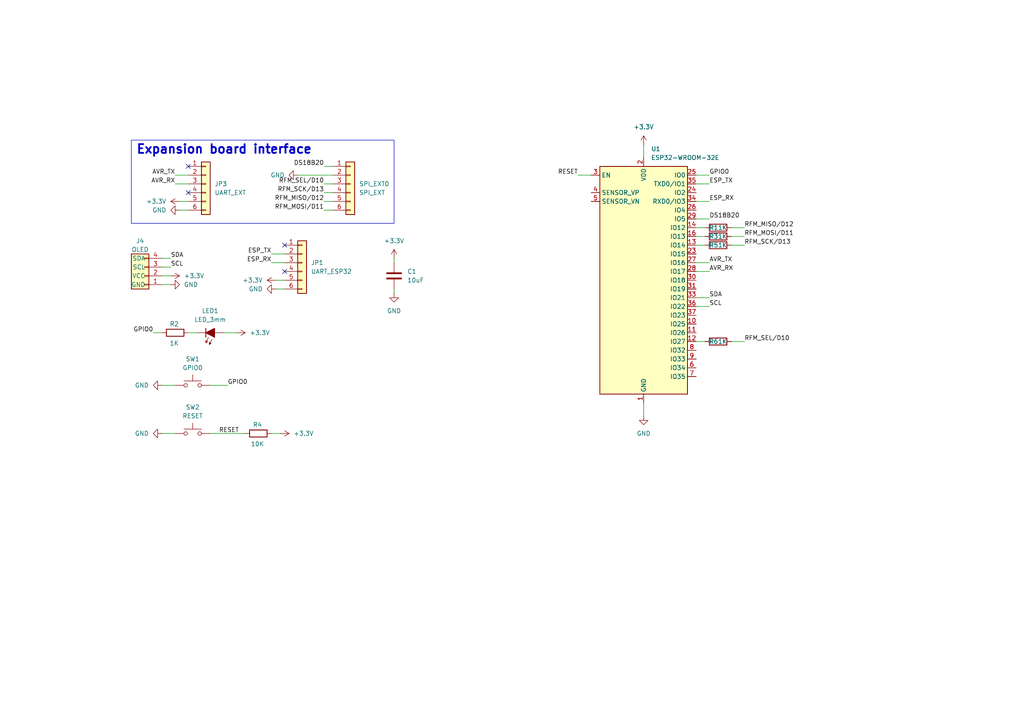
<source format=kicad_sch>
(kicad_sch (version 20250114) (generator "eeschema") (generator_version "9.0")
  (paper "A4")
  (lib_symbols
    (symbol "Connector_Generic:Conn_01x06" (pin_names (offset 1.016) (hide yes))
      (property "Reference" "J" (at 0 7.62 0))
      (property "Value" "Conn_01x06" (at 0 -10.16 0))
      (symbol "Conn_01x06_1_1"
        (rectangle (start -1.27 6.35) (end 1.27 -8.89) (stroke (width 0.254)) (fill (type background)))
        (rectangle (start -1.27 5.207) (end 0 4.953) (stroke (width 0.1524)))
        (rectangle (start -1.27 2.667) (end 0 2.413) (stroke (width 0.1524)))
        (rectangle (start -1.27 0.127) (end 0 -0.127) (stroke (width 0.1524)))
        (rectangle (start -1.27 -2.413) (end 0 -2.667) (stroke (width 0.1524)))
        (rectangle (start -1.27 -4.953) (end 0 -5.207) (stroke (width 0.1524)))
        (rectangle (start -1.27 -7.493) (end 0 -7.747) (stroke (width 0.1524)))
        (pin passive line (at -5.08 5.08 0) (length 3.81) (name "Pin_1") (number "1"))
        (pin passive line (at -5.08 2.54 0) (length 3.81) (name "Pin_2") (number "2"))
        (pin passive line (at -5.08 0 0) (length 3.81) (name "Pin_3") (number "3"))
        (pin passive line (at -5.08 -2.54 0) (length 3.81) (name "Pin_4") (number "4"))
        (pin passive line (at -5.08 -5.08 0) (length 3.81) (name "Pin_5") (number "5"))
        (pin passive line (at -5.08 -7.62 0) (length 3.81) (name "Pin_6") (number "6"))
      )
    )
    (symbol "Device:R" (pin_numbers (hide yes)) (pin_names (offset 0))
      (property "Reference" "R" (at 2.032 0 90))
      (property "Value" "R" (at 0 0 90))
      (symbol "R_0_1"
        (rectangle (start -1.016 -2.54) (end 1.016 2.54) (stroke (width 0.254)))
      )
      (symbol "R_1_1"
        (pin passive line (at 0 3.81 270) (length 1.27) (name "~") (number "1"))
        (pin passive line (at 0 -3.81 90) (length 1.27) (name "~") (number "2"))
      )
    )
    (symbol "PCM_Capacitor_AKL:C_Disc_D4.7mm_W2.5mm_P5.00mm" (pin_numbers (hide yes)) (pin_names (offset 0.254))
      (property "Reference" "C" (at 0.635 2.54 0))
      (property "Value" "C_Disc_D4.7mm_W2.5mm_P5.00mm" (at 0.635 -2.54 0))
      (symbol "C_Disc_D4.7mm_W2.5mm_P5.00mm_0_1"
        (polyline (pts (xy -2.032 0.762) (xy 2.032 0.762)) (stroke (width 0.508)))
        (polyline (pts (xy -2.032 -0.762) (xy 2.032 -0.762)) (stroke (width 0.508)))
      )
      (symbol "C_Disc_D4.7mm_W2.5mm_P5.00mm_0_2"
        (polyline (pts (xy -2.54 -2.54) (xy -0.381 -0.381)))
        (polyline (pts (xy -0.508 -0.508) (xy -1.651 0.635)) (stroke (width 0.508)))
        (polyline (pts (xy -0.508 -0.508) (xy 0.635 -1.651)) (stroke (width 0.508)))
        (polyline (pts (xy 0.381 0.381) (xy 2.54 2.54)))
        (polyline (pts (xy 0.508 0.508) (xy -0.635 1.651)) (stroke (width 0.508)))
        (polyline (pts (xy 0.508 0.508) (xy 1.651 -0.635)) (stroke (width 0.508)))
      )
      (symbol "C_Disc_D4.7mm_W2.5mm_P5.00mm_1_1"
        (pin passive line (at 0 3.81 270) (length 2.794) (name "~") (number "1"))
        (pin passive line (at 0 -3.81 90) (length 2.794) (name "~") (number "2"))
      )
      (symbol "C_Disc_D4.7mm_W2.5mm_P5.00mm_1_2"
        (pin passive line (at -2.54 -2.54 90) (length 0) (name "~") (number "2"))
        (pin passive line (at 2.54 2.54 270) (length 0) (name "~") (number "1"))
      )
    )
    (symbol "PCM_LED_AKL:LED_3mm" (pin_numbers (hide yes)) (pin_names (offset 1.016) (hide yes))
      (property "Reference" "LED" (at 0 7.62 0))
      (property "Value" "LED_3mm" (at 0 5.08 0))
      (symbol "LED_3mm_0_1"
        (polyline (pts (xy -1.27 1.27) (xy -1.27 -1.27) (xy 1.27 0) (xy -1.27 1.27)) (stroke (width 0.254)) (fill (type outline)))
        (polyline (pts (xy -0.508 1.905) (xy 0.254 3.429)) (stroke (width 0.1524)))
        (polyline (pts (xy 0 2.921) (xy -0.254 3.048)) (stroke (width 0.1524)))
        (polyline (pts (xy 0 2.921) (xy 0.254 2.794)) (stroke (width 0.1524)))
        (polyline (pts (xy 0.254 2.794) (xy -0.254 3.048) (xy 0.254 3.429) (xy 0.254 2.794)) (stroke (width 0.1524)) (fill (type outline)))
        (polyline (pts (xy 0.508 1.397) (xy 1.27 2.921)) (stroke (width 0.1524)))
        (polyline (pts (xy 1.016 2.413) (xy 0.762 2.54)) (stroke (width 0.1524)))
        (polyline (pts (xy 1.016 2.413) (xy 1.27 2.286)) (stroke (width 0.1524)))
        (polyline (pts (xy 1.27 2.286) (xy 0.762 2.54) (xy 1.27 2.921) (xy 1.27 2.286)) (stroke (width 0.1524)) (fill (type outline)))
        (polyline (pts (xy 1.27 1.27) (xy 1.27 -1.27)) (stroke (width 0.254)))
        (polyline (pts (xy 1.27 0) (xy -1.27 0)))
      )
      (symbol "LED_3mm_0_2"
        (polyline (pts (xy -2.54 -2.54) (xy 2.54 2.54)))
        (polyline (pts (xy -2.159 2.413) (xy -2.286 1.778) (xy -1.6764 1.9812) (xy -2.159 2.413)) (fill (type outline)))
        (polyline (pts (xy -1.651 0.889) (xy -2.159 2.413)))
        (polyline (pts (xy -1.016 2.794) (xy -1.143 2.159) (xy -0.5334 2.3622) (xy -1.016 2.794)) (fill (type outline)))
        (polyline (pts (xy -0.889 -0.889) (xy -1.778 0) (xy 0.889 0.889) (xy 0 -1.778) (xy -0.889 -0.889)) (stroke (width 0.254)) (fill (type outline)))
        (polyline (pts (xy -0.508 1.27) (xy -1.016 2.794)))
        (polyline (pts (xy 0 1.778) (xy 1.778 0)) (stroke (width 0.254)))
      )
      (symbol "LED_3mm_1_1"
        (pin passive line (at -3.81 0 0) (length 2.54) (name "A") (number "2"))
        (pin passive line (at 3.81 0 180) (length 2.54) (name "K") (number "1"))
      )
      (symbol "LED_3mm_1_2"
        (pin passive line (at -2.54 -2.54 0) (length 0) (name "A") (number "2"))
        (pin passive line (at 2.54 2.54 180) (length 0) (name "K") (number "1"))
      )
    )
    (symbol "RF_Module:ESP32-WROOM-32E"
      (property "Reference" "U" (at -12.7 34.29 0))
      (property "Value" "ESP32-WROOM-32E" (at 1.27 34.29 0))
      (symbol "ESP32-WROOM-32E_0_1"
        (rectangle (start -12.7 33.02) (end 12.7 -33.02) (stroke (width 0.254)) (fill (type background)))
      )
      (symbol "ESP32-WROOM-32E_1_1"
        (pin input line (at -15.24 30.48 0) (length 2.54) (name "EN") (number "3"))
        (pin input line (at -15.24 25.4 0) (length 2.54) (name "SENSOR_VP") (number "4"))
        (pin input line (at -15.24 22.86 0) (length 2.54) (name "SENSOR_VN") (number "5"))
        (pin no_connect line (at -12.7 0 0) (length 2.54) (hide yes) (name "NC") (number "21"))
        (pin no_connect line (at -12.7 -2.54 0) (length 2.54) (hide yes) (name "NC") (number "22"))
        (pin no_connect line (at -12.7 -5.08 0) (length 2.54) (hide yes) (name "NC") (number "17"))
        (pin no_connect line (at -12.7 -7.62 0) (length 2.54) (hide yes) (name "NC") (number "18"))
        (pin no_connect line (at -12.7 -10.16 0) (length 2.54) (hide yes) (name "NC") (number "20"))
        (pin no_connect line (at -12.7 -12.7 0) (length 2.54) (hide yes) (name "NC") (number "19"))
        (pin no_connect line (at -12.7 -27.94 0) (length 2.54) (hide yes) (name "NC") (number "32"))
        (pin power_in line (at 0 35.56 270) (length 2.54) (name "VDD") (number "2"))
        (pin power_in line (at 0 -35.56 90) (length 2.54) (name "GND") (number "1"))
        (pin passive line (at 0 -35.56 90) (length 2.54) (hide yes) (name "GND") (number "15"))
        (pin passive line (at 0 -35.56 90) (length 2.54) (hide yes) (name "GND") (number "38"))
        (pin passive line (at 0 -35.56 90) (length 2.54) (hide yes) (name "GND") (number "39"))
        (pin bidirectional line (at 15.24 30.48 180) (length 2.54) (name "IO0") (number "25"))
        (pin bidirectional line (at 15.24 27.94 180) (length 2.54) (name "TXD0/IO1") (number "35"))
        (pin bidirectional line (at 15.24 25.4 180) (length 2.54) (name "IO2") (number "24"))
        (pin bidirectional line (at 15.24 22.86 180) (length 2.54) (name "RXD0/IO3") (number "34"))
        (pin bidirectional line (at 15.24 20.32 180) (length 2.54) (name "IO4") (number "26"))
        (pin bidirectional line (at 15.24 17.78 180) (length 2.54) (name "IO5") (number "29"))
        (pin bidirectional line (at 15.24 15.24 180) (length 2.54) (name "IO12") (number "14"))
        (pin bidirectional line (at 15.24 12.7 180) (length 2.54) (name "IO13") (number "16"))
        (pin bidirectional line (at 15.24 10.16 180) (length 2.54) (name "IO14") (number "13"))
        (pin bidirectional line (at 15.24 7.62 180) (length 2.54) (name "IO15") (number "23"))
        (pin bidirectional line (at 15.24 5.08 180) (length 2.54) (name "IO16") (number "27"))
        (pin bidirectional line (at 15.24 2.54 180) (length 2.54) (name "IO17") (number "28"))
        (pin bidirectional line (at 15.24 0 180) (length 2.54) (name "IO18") (number "30"))
        (pin bidirectional line (at 15.24 -2.54 180) (length 2.54) (name "IO19") (number "31"))
        (pin bidirectional line (at 15.24 -5.08 180) (length 2.54) (name "IO21") (number "33"))
        (pin bidirectional line (at 15.24 -7.62 180) (length 2.54) (name "IO22") (number "36"))
        (pin bidirectional line (at 15.24 -10.16 180) (length 2.54) (name "IO23") (number "37"))
        (pin bidirectional line (at 15.24 -12.7 180) (length 2.54) (name "IO25") (number "10"))
        (pin bidirectional line (at 15.24 -15.24 180) (length 2.54) (name "IO26") (number "11"))
        (pin bidirectional line (at 15.24 -17.78 180) (length 2.54) (name "IO27") (number "12"))
        (pin bidirectional line (at 15.24 -20.32 180) (length 2.54) (name "IO32") (number "8"))
        (pin bidirectional line (at 15.24 -22.86 180) (length 2.54) (name "IO33") (number "9"))
        (pin input line (at 15.24 -25.4 180) (length 2.54) (name "IO34") (number "6"))
        (pin input line (at 15.24 -27.94 180) (length 2.54) (name "IO35") (number "7"))
      )
    )
    (symbol "Switch:SW_Push" (pin_numbers (hide yes)) (pin_names (offset 1.016) (hide yes))
      (property "Reference" "SW" (at 1.27 2.54 0))
      (property "Value" "SW_Push" (at 0 -1.524 0))
      (symbol "SW_Push_0_1"
        (circle (center -2.032 0) (radius 0.508))
        (polyline (pts (xy 0 1.27) (xy 0 3.048)))
        (circle (center 2.032 0) (radius 0.508))
        (polyline (pts (xy 2.54 1.27) (xy -2.54 1.27)))
        (pin passive line (at -5.08 0 0) (length 2.54) (name "1") (number "1"))
        (pin passive line (at 5.08 0 180) (length 2.54) (name "2") (number "2"))
      )
    )
    (symbol "UserDef:OLED" (pin_names (offset 1.016))
      (property "Reference" "J" (at 0 5.08 0))
      (property "Value" "OLED" (at 0 -7.62 0))
      (symbol "OLED_1_1"
        (rectangle (start -1.27 3.81) (end 3.81 -6.35) (stroke (width 0.254)) (fill (type background)))
        (rectangle (start -1.27 2.667) (end 0 2.413) (stroke (width 0.1524)))
        (rectangle (start -1.27 0.127) (end 0 -0.127) (stroke (width 0.1524)))
        (rectangle (start -1.27 -2.413) (end 0 -2.667) (stroke (width 0.1524)))
        (rectangle (start -1.27 -4.953) (end 0 -5.207) (stroke (width 0.1524)))
        (pin power_in line (at -5.08 2.54 0) (length 3.81) (name "GND") (number "1"))
        (pin power_in line (at -5.08 0 0) (length 3.81) (name "VCC") (number "2"))
        (pin bidirectional line (at -5.08 -2.54 0) (length 3.81) (name "SCL") (number "3"))
        (pin bidirectional line (at -5.08 -5.08 0) (length 3.81) (name "SDA") (number "4"))
      )
    )
    (symbol "power:+3.3V" (power) (pin_numbers (hide yes)) (pin_names (offset 0) (hide yes))
      (property "Value" "+3.3V" (at 0 3.556 0))
      (symbol "+3.3V_0_1"
        (polyline (pts (xy -0.762 1.27) (xy 0 2.54)))
        (polyline (pts (xy 0 2.54) (xy 0.762 1.27)))
        (polyline (pts (xy 0 0) (xy 0 2.54)))
      )
      (symbol "+3.3V_1_1"
        (pin power_in line (at 0 0 90) (length 0) (name "~") (number "1"))
      )
    )
    (symbol "power:GND" (power) (pin_numbers (hide yes)) (pin_names (offset 0) (hide yes))
      (property "Value" "GND" (at 0 -3.81 0))
      (symbol "GND_0_1"
        (polyline (pts (xy 0 0) (xy 0 -1.27) (xy 1.27 -1.27) (xy 0 -2.54) (xy -1.27 -1.27) (xy 0 -1.27)))
      )
      (symbol "GND_1_1"
        (pin power_in line (at 0 0 270) (length 0) (name "~") (number "1"))
      )
    )
  )
  (rectangle (start 38.1 40.64) (end 114.3 64.77))
  (text "Expansion board interface" (at 65.024 43.434 0) (effects (font (size 2.54 2.54) (bold yes))))
  (no_connect (at 54.61 55.88))
  (no_connect (at 82.55 71.12))
  (no_connect (at 82.55 78.74))
  (no_connect (at 54.61 48.26))
  (wire (pts (xy 46.99 111.76) (xy 50.8 111.76)))
  (wire (pts (xy 93.98 48.26) (xy 96.52 48.26)))
  (wire (pts (xy 201.93 63.5) (xy 205.74 63.5)))
  (wire (pts (xy 46.99 82.55) (xy 49.53 82.55)))
  (wire (pts (xy 114.3 74.93) (xy 114.3 76.2)))
  (wire (pts (xy 78.74 76.2) (xy 82.55 76.2)))
  (wire (pts (xy 80.01 83.82) (xy 82.55 83.82)))
  (wire (pts (xy 50.8 53.34) (xy 54.61 53.34)))
  (wire (pts (xy 201.93 58.42) (xy 205.74 58.42)))
  (wire (pts (xy 52.07 60.96) (xy 54.61 60.96)))
  (wire (pts (xy 60.96 111.76) (xy 66.04 111.76)))
  (wire (pts (xy 50.8 50.8) (xy 54.61 50.8)))
  (wire (pts (xy 201.93 78.74) (xy 205.74 78.74)))
  (wire (pts (xy 78.74 73.66) (xy 82.55 73.66)))
  (wire (pts (xy 93.98 55.88) (xy 96.52 55.88)))
  (wire (pts (xy 93.98 53.34) (xy 96.52 53.34)))
  (wire (pts (xy 167.64 50.8) (xy 171.45 50.8)))
  (wire (pts (xy 60.96 125.73) (xy 71.12 125.73)))
  (wire (pts (xy 212.09 71.12) (xy 215.9 71.12)))
  (wire (pts (xy 186.69 116.84) (xy 186.69 120.65)))
  (wire (pts (xy 96.52 50.8) (xy 86.36 50.8)))
  (wire (pts (xy 93.98 60.96) (xy 96.52 60.96)))
  (wire (pts (xy 114.3 83.82) (xy 114.3 85.09)))
  (wire (pts (xy 64.77 96.52) (xy 68.58 96.52)))
  (wire (pts (xy 46.99 77.47) (xy 49.53 77.47)))
  (wire (pts (xy 201.93 88.9) (xy 205.74 88.9)))
  (wire (pts (xy 52.07 58.42) (xy 54.61 58.42)))
  (wire (pts (xy 212.09 68.58) (xy 215.9 68.58)))
  (wire (pts (xy 78.74 125.73) (xy 81.28 125.73)))
  (wire (pts (xy 201.93 76.2) (xy 205.74 76.2)))
  (wire (pts (xy 46.99 125.73) (xy 50.8 125.73)))
  (wire (pts (xy 201.93 99.06) (xy 204.47 99.06)))
  (wire (pts (xy 186.69 41.91) (xy 186.69 45.72)))
  (wire (pts (xy 201.93 50.8) (xy 205.74 50.8)))
  (wire (pts (xy 46.99 80.01) (xy 49.53 80.01)))
  (wire (pts (xy 212.09 99.06) (xy 215.9 99.06)))
  (wire (pts (xy 44.45 96.52) (xy 46.99 96.52)))
  (wire (pts (xy 54.61 96.52) (xy 57.15 96.52)))
  (wire (pts (xy 201.93 71.12) (xy 204.47 71.12)))
  (wire (pts (xy 201.93 86.36) (xy 205.74 86.36)))
  (wire (pts (xy 201.93 66.04) (xy 204.47 66.04)))
  (wire (pts (xy 80.01 81.28) (xy 82.55 81.28)))
  (wire (pts (xy 201.93 68.58) (xy 204.47 68.58)))
  (wire (pts (xy 46.99 74.93) (xy 49.53 74.93)))
  (wire (pts (xy 201.93 53.34) (xy 205.74 53.34)))
  (wire (pts (xy 212.09 66.04) (xy 215.9 66.04)))
  (wire (pts (xy 93.98 58.42) (xy 96.52 58.42)))
  (label "RFM_SCK{slash}D13" (at 215.9 71.12 0) (effects (font (size 1.2446 1.2446))))
  (label "RFM_MOSI{slash}D11" (at 93.98 60.96 180) (effects (font (size 1.2446 1.2446))))
  (label "RESET" (at 63.5 125.73 0) (effects (font (size 1.2446 1.2446))))
  (label "AVR_RX" (at 205.74 78.74 0) (effects (font (size 1.2446 1.2446))))
  (label "ESP_RX" (at 78.74 76.2 180) (effects (font (size 1.2446 1.2446))))
  (label "RFM_MOSI{slash}D11" (at 215.9 68.58 0) (effects (font (size 1.2446 1.2446))))
  (label "GPIO0" (at 66.04 111.76 0) (effects (font (size 1.2446 1.2446))))
  (label "RESET" (at 167.64 50.8 180) (effects (font (size 1.2446 1.2446))))
  (label "ESP_TX" (at 205.74 53.34 0) (effects (font (size 1.2446 1.2446))))
  (label "RFM_SEL{slash}D10" (at 215.9 99.06 0) (effects (font (size 1.2446 1.2446))))
  (label "GPIO0" (at 44.45 96.52 180) (effects (font (size 1.2446 1.2446))))
  (label "SDA" (at 205.74 86.36 0) (effects (font (size 1.2446 1.2446))))
  (label "DS18B20" (at 205.74 63.5 0))
  (label "ESP_TX" (at 78.74 73.66 180) (effects (font (size 1.2446 1.2446))))
  (label "SDA" (at 49.53 74.93 0) (effects (font (size 1.2446 1.2446))))
  (label "SCL" (at 205.74 88.9 0) (effects (font (size 1.2446 1.2446))))
  (label "DS18B20" (at 93.98 48.26 180))
  (label "RFM_MISO{slash}D12" (at 93.98 58.42 180) (effects (font (size 1.2446 1.2446))))
  (label "AVR_TX" (at 205.74 76.2 0) (effects (font (size 1.2446 1.2446))))
  (label "AVR_TX" (at 50.8 50.8 180) (effects (font (size 1.2446 1.2446))))
  (label "SCL" (at 49.53 77.47 0) (effects (font (size 1.2446 1.2446))))
  (label "RFM_SCK{slash}D13" (at 93.98 55.88 180) (effects (font (size 1.2446 1.2446))))
  (label "RFM_SEL{slash}D10" (at 93.98 53.34 180) (effects (font (size 1.2446 1.2446))))
  (label "ESP_RX" (at 205.74 58.42 0) (effects (font (size 1.2446 1.2446))))
  (label "AVR_RX" (at 50.8 53.34 180) (effects (font (size 1.2446 1.2446))))
  (label "GPIO0" (at 205.74 50.8 0) (effects (font (size 1.2446 1.2446))))
  (label "RFM_MISO{slash}D12" (at 215.9 66.04 0) (effects (font (size 1.2446 1.2446))))
  (symbol (lib_id "PCM_Capacitor_AKL:C_Disc_D4.7mm_W2.5mm_P5.00mm") (at 114.3 80.01 0) (unit 1)
    (property "Reference" "C1" (at 118.11 78.7399 0) (effects (justify left)))
    (property "Value" "10uF" (at 118.11 81.2799 0) (effects (justify left)))
    (property "Footprint" "PCM_Capacitor_THT_AKL:C_Disc_D4.7mm_W2.5mm_P5.00mm" (effects (hide yes)))
    (property "Description" "THT Ceramic Disc Capacitor, 4.7mm Diameter, 2.5mm Width, 5.00mm Pitch, Alternate KiCad Library" (effects (hide yes)))
  )
  (symbol (lib_id "power:+3.3V") (at 114.3 74.93 0) (unit 1)
    (property "Reference" "#PWR010" (effects (hide yes)))
    (property "Value" "+3.3V" (at 114.3 69.85 0))
    (property "Description" "Power symbol creates a global label with name \"+3.3V\"" (effects (hide yes)))
  )
  (symbol (lib_id "Device:R") (at 50.8 96.52 90) (unit 1)
    (property "Reference" "R2" (at 50.546 93.98 90))
    (property "Value" "1K" (at 50.546 99.568 90))
    (property "Footprint" "PCM_Resistor_SMD_AKL:R_1206_3216Metric_Pad1.42x1.75mm_HandSolder" (effects (hide yes)))
    (property "Description" "4.7K" (effects (hide yes)))
    (property "Option" "X" (effects (hide yes)))
  )
  (symbol (lib_id "power:GND") (at 52.07 60.96 270) (unit 1)
    (property "Reference" "#PWR043" (effects (hide yes)))
    (property "Value" "GND" (at 48.26 60.9599 90) (effects (justify right)))
    (property "Description" "Power symbol creates a global label with name \"GND\" , ground" (effects (hide yes)))
  )
  (symbol (lib_id "power:+3.3V") (at 49.53 80.01 270) (unit 1)
    (property "Reference" "#PWR06" (effects (hide yes)))
    (property "Value" "+3.3V" (at 53.34 80.0099 90) (effects (justify left)))
    (property "Description" "Power symbol creates a global label with name \"+3.3V\"" (effects (hide yes)))
  )
  (symbol (lib_id "power:+3.3V") (at 52.07 58.42 90) (unit 1)
    (property "Reference" "#PWR042" (effects (hide yes)))
    (property "Value" "+3.3V" (at 48.26 58.4199 90) (effects (justify left)))
    (property "Description" "Power symbol creates a global label with name \"+3.3V\"" (effects (hide yes)))
  )
  (symbol (lib_id "RF_Module:ESP32-WROOM-32E") (at 186.69 81.28 0) (unit 1)
    (property "Reference" "U1" (at 188.8333 43.18 0) (effects (justify left)))
    (property "Value" "ESP32-WROOM-32E" (at 188.8333 45.72 0) (effects (justify left)))
    (property "Footprint" "RF_Module:ESP32-WROOM-32D" (effects (hide yes)))
    (property "Datasheet" "https://www.espressif.com/sites/default/files/documentation/esp32-wroom-32e_esp32-wroom-32ue_datasheet_en.pdf" (effects (hide yes)))
    (property "Description" "RF Module, ESP32-D0WD-V3 SoC, without PSRAM, Wi-Fi 802.11b/g/n, Bluetooth, BLE, 32-bit, 2.7-3.6V, onboard antenna, SMD" (effects (hide yes)))
  )
  (symbol (lib_id "power:+3.3V") (at 80.01 81.28 90) (unit 1)
    (property "Reference" "#PWR03" (effects (hide yes)))
    (property "Value" "+3.3V" (at 76.2 81.2799 90) (effects (justify left)))
    (property "Description" "Power symbol creates a global label with name \"+3.3V\"" (effects (hide yes)))
  )
  (symbol (lib_id "Device:R") (at 74.93 125.73 90) (unit 1)
    (property "Reference" "R4" (at 74.676 123.19 90))
    (property "Value" "10K" (at 74.676 128.778 90))
    (property "Footprint" "PCM_Resistor_SMD_AKL:R_1206_3216Metric_Pad1.42x1.75mm_HandSolder" (effects (hide yes)))
    (property "Description" "4.7K" (effects (hide yes)))
    (property "Option" "X" (effects (hide yes)))
  )
  (symbol (lib_id "power:GND") (at 186.69 120.65 0) (unit 1)
    (property "Reference" "#PWR02" (effects (hide yes)))
    (property "Value" "GND" (at 186.69 125.73 0))
    (property "Description" "Power symbol creates a global label with name \"GND\" , ground" (effects (hide yes)))
  )
  (symbol (lib_id "power:GND") (at 46.99 111.76 270) (unit 1)
    (property "Reference" "#PWR07" (effects (hide yes)))
    (property "Value" "GND" (at 43.18 111.7599 90) (effects (justify right)))
    (property "Description" "Power symbol creates a global label with name \"GND\" , ground" (effects (hide yes)))
  )
  (symbol (lib_id "PCM_LED_AKL:LED_3mm") (at 60.96 96.52 180) (unit 1)
    (property "Reference" "LED1" (at 60.96 90.17 0))
    (property "Value" "LED_3mm" (at 60.96 92.71 0))
    (property "Footprint" "PCM_LED_THT_AKL:LED_D3.0mm" (effects (hide yes)))
    (property "Description" "LED, Generic 3mm THT, Alternate KiCad Library" (effects (hide yes)))
  )
  (symbol (lib_id "Device:R") (at 208.28 68.58 90) (unit 1)
    (property "Reference" "R3" (at 207.01 68.58 90))
    (property "Value" "1K" (at 209.55 68.58 90))
    (property "Footprint" "PCM_Resistor_SMD_AKL:R_1206_3216Metric_Pad1.42x1.75mm_HandSolder" (effects (hide yes)))
    (property "Description" "4.7K" (effects (hide yes)))
    (property "Option" "X" (effects (hide yes)))
  )
  (symbol (lib_id "power:GND") (at 80.01 83.82 270) (unit 1)
    (property "Reference" "#PWR04" (effects (hide yes)))
    (property "Value" "GND" (at 76.2 83.8199 90) (effects (justify right)))
    (property "Description" "Power symbol creates a global label with name \"GND\" , ground" (effects (hide yes)))
  )
  (symbol (lib_id "Connector_Generic:Conn_01x06") (at 87.63 76.2 0) (unit 1)
    (property "Reference" "JP1" (at 90.17 76.1999 0) (effects (justify left)))
    (property "Value" "UART_ESP32" (at 90.17 78.7399 0) (effects (justify left)))
    (property "Footprint" "Connector_PinHeader_2.54mm:PinHeader_1x06_P2.54mm_Vertical" (effects (hide yes)))
    (property "Description" "Generic connector, single row, 01x06, script generated (kicad-library-utils/schlib/autogen/connector/)" (effects (hide yes)))
  )
  (symbol (lib_id "Connector_Generic:Conn_01x06") (at 101.6 53.34 0) (unit 1)
    (property "Reference" "SPI_EXT0" (at 104.14 53.3399 0) (effects (justify left)))
    (property "Value" "SPI_EXT" (at 104.14 55.8799 0) (effects (justify left)))
    (property "Footprint" "Connector_PinSocket_2.54mm:PinSocket_1x06_P2.54mm_Vertical" (effects (hide yes)))
    (property "Description" "Generic connector, single row, 01x06, script generated (kicad-library-utils/schlib/autogen/connector/)" (effects (hide yes)))
  )
  (symbol (lib_id "power:GND") (at 86.36 50.8 270) (unit 1)
    (property "Reference" "#PWR013" (effects (hide yes)))
    (property "Value" "GND" (at 82.55 50.7999 90) (effects (justify right)))
    (property "Description" "Power symbol creates a global label with name \"GND\" , ground" (effects (hide yes)))
  )
  (symbol (lib_id "power:+3.3V") (at 186.69 41.91 0) (unit 1)
    (property "Reference" "#PWR01" (effects (hide yes)))
    (property "Value" "+3.3V" (at 186.69 36.83 0))
    (property "Description" "Power symbol creates a global label with name \"+3.3V\"" (effects (hide yes)))
  )
  (symbol (lib_id "power:+3.3V") (at 81.28 125.73 270) (unit 1)
    (property "Reference" "#PWR012" (effects (hide yes)))
    (property "Value" "+3.3V" (at 85.09 125.7299 90) (effects (justify left)))
    (property "Description" "Power symbol creates a global label with name \"+3.3V\"" (effects (hide yes)))
  )
  (symbol (lib_id "Connector_Generic:Conn_01x06") (at 59.69 53.34 0) (unit 1)
    (property "Reference" "JP3" (at 62.23 53.3399 0) (effects (justify left)))
    (property "Value" "UART_EXT" (at 62.23 55.8799 0) (effects (justify left)))
    (property "Footprint" "Connector_PinSocket_2.54mm:PinSocket_1x06_P2.54mm_Vertical" (effects (hide yes)))
    (property "Description" "Generic connector, single row, 01x06, script generated (kicad-library-utils/schlib/autogen/connector/)" (effects (hide yes)))
  )
  (symbol (lib_id "Device:R") (at 208.28 66.04 90) (unit 1)
    (property "Reference" "R1" (at 207.01 66.04 90))
    (property "Value" "1K" (at 209.55 66.04 90))
    (property "Footprint" "PCM_Resistor_SMD_AKL:R_1206_3216Metric_Pad1.42x1.75mm_HandSolder" (effects (hide yes)))
    (property "Description" "4.7K" (effects (hide yes)))
    (property "Option" "X" (effects (hide yes)))
  )
  (symbol (lib_id "power:GND") (at 49.53 82.55 90) (unit 1)
    (property "Reference" "#PWR05" (effects (hide yes)))
    (property "Value" "GND" (at 53.34 82.5499 90) (effects (justify right)))
    (property "Description" "Power symbol creates a global label with name \"GND\" , ground" (effects (hide yes)))
  )
  (symbol (lib_id "power:GND") (at 114.3 85.09 0) (unit 1)
    (property "Reference" "#PWR09" (effects (hide yes)))
    (property "Value" "GND" (at 114.3 90.17 0))
    (property "Description" "Power symbol creates a global label with name \"GND\" , ground" (effects (hide yes)))
  )
  (symbol (lib_id "Device:R") (at 208.28 71.12 90) (unit 1)
    (property "Reference" "R5" (at 207.01 71.12 90))
    (property "Value" "1K" (at 209.55 71.12 90))
    (property "Footprint" "PCM_Resistor_SMD_AKL:R_1206_3216Metric_Pad1.42x1.75mm_HandSolder" (effects (hide yes)))
    (property "Description" "4.7K" (effects (hide yes)))
    (property "Option" "X" (effects (hide yes)))
  )
  (symbol (lib_id "Switch:SW_Push") (at 55.88 111.76 0) (unit 1)
    (property "Reference" "SW1" (at 55.88 104.14 0))
    (property "Value" "GPIO0" (at 55.88 106.68 0))
    (property "Footprint" "Button_Switch_SMD:SW_SPST_CK_RS282G05A3" (effects (hide yes)))
    (property "Description" "Push button switch, generic, two pins" (effects (hide yes)))
  )
  (symbol (lib_id "power:+3.3V") (at 68.58 96.52 270) (unit 1)
    (property "Reference" "#PWR011" (effects (hide yes)))
    (property "Value" "+3.3V" (at 72.39 96.5199 90) (effects (justify left)))
    (property "Description" "Power symbol creates a global label with name \"+3.3V\"" (effects (hide yes)))
  )
  (symbol (lib_id "UserDef:OLED") (at 41.91 80.01 180) (unit 1)
    (property "Reference" "J4" (at 40.64 69.85 0))
    (property "Value" "OLED" (at 40.64 72.39 0))
    (property "Footprint" "Connector_Molex:Molex_SL_171971-0004_1x04_P2.54mm_Vertical" (effects (hide yes)))
    (property "Description" "Molex SL 171971-0004" (effects (hide yes)))
    (property "Option" "X" (effects (hide yes)))
  )
  (symbol (lib_id "Switch:SW_Push") (at 55.88 125.73 0) (unit 1)
    (property "Reference" "SW2" (at 55.88 118.11 0))
    (property "Value" "RESET" (at 55.88 120.65 0))
    (property "Footprint" "Button_Switch_SMD:SW_SPST_CK_RS282G05A3" (effects (hide yes)))
    (property "Description" "Push button switch, generic, two pins" (effects (hide yes)))
  )
  (symbol (lib_id "Device:R") (at 208.28 99.06 90) (unit 1)
    (property "Reference" "R6" (at 207.01 99.06 90))
    (property "Value" "1K" (at 209.55 99.06 90))
    (property "Footprint" "PCM_Resistor_SMD_AKL:R_1206_3216Metric_Pad1.42x1.75mm_HandSolder" (effects (hide yes)))
    (property "Description" "4.7K" (effects (hide yes)))
    (property "Option" "X" (effects (hide yes)))
  )
  (symbol (lib_id "power:GND") (at 46.99 125.73 270) (unit 1)
    (property "Reference" "#PWR08" (effects (hide yes)))
    (property "Value" "GND" (at 43.18 125.7299 90) (effects (justify right)))
    (property "Description" "Power symbol creates a global label with name \"GND\" , ground" (effects (hide yes)))
  )
)
</source>
